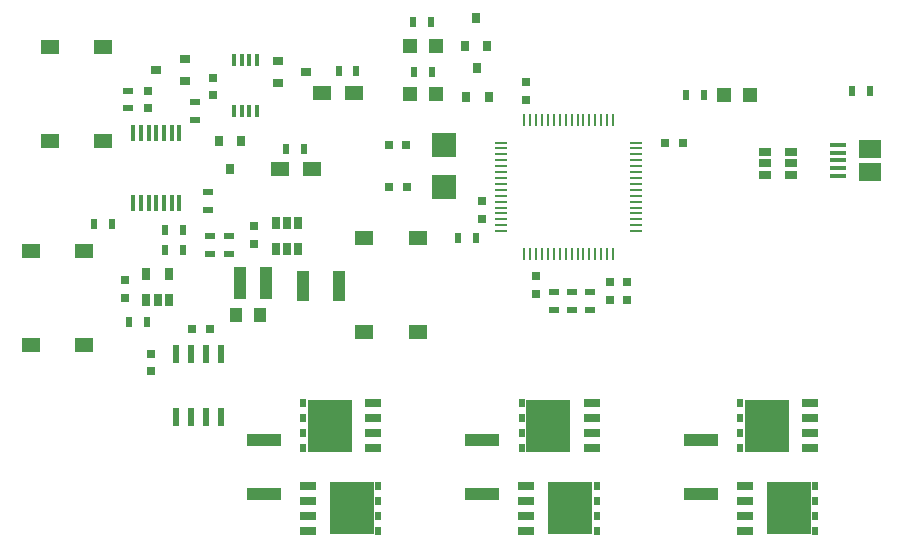
<source format=gtp>
G04 #@! TF.FileFunction,Paste,Top*
%FSLAX46Y46*%
G04 Gerber Fmt 4.6, Leading zero omitted, Abs format (unit mm)*
G04 Created by KiCad (PCBNEW 4.0.7) date Mon Jul  2 20:53:10 2018*
%MOMM*%
%LPD*%
G01*
G04 APERTURE LIST*
%ADD10C,0.100000*%
%ADD11R,1.540000X1.300000*%
%ADD12R,0.800000X0.750000*%
%ADD13R,0.750000X0.800000*%
%ADD14R,1.060000X0.650000*%
%ADD15R,1.500000X1.300000*%
%ADD16R,1.200000X1.200000*%
%ADD17R,1.900000X1.500000*%
%ADD18R,1.350000X0.400000*%
%ADD19R,0.900000X0.800000*%
%ADD20R,0.800000X0.900000*%
%ADD21R,0.500000X0.900000*%
%ADD22R,0.900000X0.500000*%
%ADD23R,0.600000X1.550000*%
%ADD24R,0.400000X1.100000*%
%ADD25R,0.650000X1.060000*%
%ADD26R,1.000000X0.250000*%
%ADD27R,0.250000X1.000000*%
%ADD28R,2.000000X2.000000*%
%ADD29R,1.000000X2.500000*%
%ADD30R,1.000000X2.700000*%
%ADD31R,0.450000X1.450000*%
%ADD32R,3.000000X1.000000*%
%ADD33R,1.372000X0.710000*%
%ADD34R,0.600000X0.710000*%
%ADD35R,3.850000X4.520000*%
%ADD36R,1.000000X1.250000*%
G04 APERTURE END LIST*
D10*
D11*
X197350000Y-22425000D03*
X201850000Y-22425000D03*
X201850000Y-30375000D03*
X197350000Y-30375000D03*
D12*
X210900000Y-46300000D03*
X209400000Y-46300000D03*
D13*
X205700000Y-26150000D03*
X205700000Y-27650000D03*
X214700000Y-37600000D03*
X214700000Y-39100000D03*
X203708000Y-43676000D03*
X203708000Y-42176000D03*
D12*
X249440000Y-30543500D03*
X250940000Y-30543500D03*
D13*
X211223040Y-26542960D03*
X211223040Y-25042960D03*
X246227600Y-42379200D03*
X246227600Y-43879200D03*
D12*
X227551680Y-30739080D03*
X226051680Y-30739080D03*
D13*
X238556800Y-41820400D03*
X238556800Y-43320400D03*
D12*
X227582160Y-34335720D03*
X226082160Y-34335720D03*
D13*
X233994960Y-37018660D03*
X233994960Y-35518660D03*
X244805200Y-42379200D03*
X244805200Y-43879200D03*
X237680500Y-26912000D03*
X237680500Y-25412000D03*
D14*
X257900500Y-31350000D03*
X257900500Y-32300000D03*
X257900500Y-33250000D03*
X260100500Y-33250000D03*
X260100500Y-31350000D03*
X260100500Y-32300000D03*
D15*
X220455500Y-26352500D03*
X223155500Y-26352500D03*
X216886800Y-32793200D03*
X219586800Y-32793200D03*
D16*
X227900000Y-22375000D03*
X230100000Y-22375000D03*
X227900000Y-26425000D03*
X230100000Y-26425000D03*
X254424000Y-26543000D03*
X256624000Y-26543000D03*
D17*
X266783300Y-31049200D03*
D18*
X264083300Y-32699200D03*
X264083300Y-33349200D03*
X264083300Y-30749200D03*
X264083300Y-31399200D03*
X264083300Y-32049200D03*
D17*
X266783300Y-33049200D03*
D19*
X208781500Y-25334000D03*
X208781500Y-23434000D03*
X206381500Y-24384000D03*
X216668500Y-23624500D03*
X216668500Y-25524500D03*
X219068500Y-24574500D03*
D20*
X213600000Y-30400000D03*
X211700000Y-30400000D03*
X212650000Y-32800000D03*
X232616780Y-26667220D03*
X234516780Y-26667220D03*
X233566780Y-24267220D03*
X232505020Y-22399500D03*
X234405020Y-22399500D03*
X233455020Y-19999500D03*
D21*
X265276900Y-26207200D03*
X266776900Y-26207200D03*
X204101000Y-45720000D03*
X205601000Y-45720000D03*
X208649000Y-37973000D03*
X207149000Y-37973000D03*
D22*
X212575000Y-39950000D03*
X212575000Y-38450000D03*
D21*
X207149000Y-39624000D03*
X208649000Y-39624000D03*
D22*
X210900000Y-38450000D03*
X210900000Y-39950000D03*
X209677000Y-27126500D03*
X209677000Y-28626500D03*
X240025000Y-44725000D03*
X240025000Y-43225000D03*
X241550000Y-44725000D03*
X241550000Y-43225000D03*
X243075000Y-44725000D03*
X243075000Y-43225000D03*
D21*
X221817500Y-24511000D03*
X223317500Y-24511000D03*
X217386800Y-31093200D03*
X218886800Y-31093200D03*
X229710680Y-24569420D03*
X228210680Y-24569420D03*
X229639560Y-20342860D03*
X228139560Y-20342860D03*
X251218000Y-26543000D03*
X252718000Y-26543000D03*
X233414000Y-38608000D03*
X231914000Y-38608000D03*
D22*
X204000000Y-27650000D03*
X204000000Y-26150000D03*
D11*
X228508120Y-46555560D03*
X224008120Y-46555560D03*
X224008120Y-38605560D03*
X228508120Y-38605560D03*
D23*
X208095000Y-53800000D03*
X209365000Y-53800000D03*
X210635000Y-53800000D03*
X211905000Y-53800000D03*
X211905000Y-48400000D03*
X210635000Y-48400000D03*
X209365000Y-48400000D03*
X208095000Y-48400000D03*
D24*
X212955680Y-27841360D03*
X213605680Y-27841360D03*
X214255680Y-27841360D03*
X214905680Y-27841360D03*
X214905680Y-23541360D03*
X214255680Y-23541360D03*
X213605680Y-23541360D03*
X212955680Y-23541360D03*
D25*
X216525000Y-39575000D03*
X217475000Y-39575000D03*
X218425000Y-39575000D03*
X218425000Y-37375000D03*
X216525000Y-37375000D03*
X217475000Y-37375000D03*
D26*
X235600000Y-30540000D03*
X235600000Y-31040000D03*
X235600000Y-31540000D03*
X235600000Y-32040000D03*
X235600000Y-32540000D03*
X235600000Y-33040000D03*
X235600000Y-33540000D03*
X235600000Y-34040000D03*
X235600000Y-34540000D03*
X235600000Y-35040000D03*
X235600000Y-35540000D03*
X235600000Y-36040000D03*
X235600000Y-36540000D03*
X235600000Y-37040000D03*
X235600000Y-37540000D03*
X235600000Y-38040000D03*
D27*
X237550000Y-39990000D03*
X238050000Y-39990000D03*
X238550000Y-39990000D03*
X239050000Y-39990000D03*
X239550000Y-39990000D03*
X240050000Y-39990000D03*
X240550000Y-39990000D03*
X241050000Y-39990000D03*
X241550000Y-39990000D03*
X242050000Y-39990000D03*
X242550000Y-39990000D03*
X243050000Y-39990000D03*
X243550000Y-39990000D03*
X244050000Y-39990000D03*
X244550000Y-39990000D03*
X245050000Y-39990000D03*
D26*
X247000000Y-38040000D03*
X247000000Y-37540000D03*
X247000000Y-37040000D03*
X247000000Y-36540000D03*
X247000000Y-36040000D03*
X247000000Y-35540000D03*
X247000000Y-35040000D03*
X247000000Y-34540000D03*
X247000000Y-34040000D03*
X247000000Y-33540000D03*
X247000000Y-33040000D03*
X247000000Y-32540000D03*
X247000000Y-32040000D03*
X247000000Y-31540000D03*
X247000000Y-31040000D03*
X247000000Y-30540000D03*
D27*
X245050000Y-28590000D03*
X244550000Y-28590000D03*
X244050000Y-28590000D03*
X243550000Y-28590000D03*
X243050000Y-28590000D03*
X242550000Y-28590000D03*
X242050000Y-28590000D03*
X241550000Y-28590000D03*
X241050000Y-28590000D03*
X240550000Y-28590000D03*
X240050000Y-28590000D03*
X239550000Y-28590000D03*
X239050000Y-28590000D03*
X238550000Y-28590000D03*
X238050000Y-28590000D03*
X237550000Y-28590000D03*
D28*
X230764080Y-30737400D03*
X230764080Y-34337400D03*
D13*
X205900000Y-49900000D03*
X205900000Y-48400000D03*
D29*
X218825000Y-42725000D03*
X221825000Y-42725000D03*
D25*
X205552000Y-43899000D03*
X206502000Y-43899000D03*
X207452000Y-43899000D03*
X207452000Y-41699000D03*
X205552000Y-41699000D03*
D30*
X215675000Y-42425000D03*
X213475000Y-42425000D03*
D22*
X210775000Y-34750000D03*
X210775000Y-36250000D03*
D31*
X204450000Y-35650000D03*
X205100000Y-35650000D03*
X205750000Y-35650000D03*
X206400000Y-35650000D03*
X207050000Y-35650000D03*
X207700000Y-35650000D03*
X208350000Y-35650000D03*
X208350000Y-29750000D03*
X207700000Y-29750000D03*
X207050000Y-29750000D03*
X206400000Y-29750000D03*
X205750000Y-29750000D03*
X205100000Y-29750000D03*
X204450000Y-29750000D03*
D32*
X215500000Y-55700000D03*
X215500000Y-60300000D03*
X234000000Y-55700000D03*
X234000000Y-60300000D03*
X252500000Y-55700000D03*
X252500000Y-60300000D03*
D33*
X224770000Y-52595000D03*
X224770000Y-53865000D03*
X224770000Y-55135000D03*
D34*
X218840000Y-52595000D03*
X218840000Y-53865000D03*
X218840000Y-55135000D03*
D35*
X221064000Y-54500000D03*
D34*
X218840000Y-56405000D03*
D33*
X224770000Y-56405000D03*
X243270000Y-52595000D03*
X243270000Y-53865000D03*
X243270000Y-55135000D03*
D34*
X237340000Y-52595000D03*
X237340000Y-53865000D03*
X237340000Y-55135000D03*
D35*
X239564000Y-54500000D03*
D34*
X237340000Y-56405000D03*
D33*
X243270000Y-56405000D03*
X261770000Y-52595000D03*
X261770000Y-53865000D03*
X261770000Y-55135000D03*
D34*
X255840000Y-52595000D03*
X255840000Y-53865000D03*
X255840000Y-55135000D03*
D35*
X258064000Y-54500000D03*
D34*
X255840000Y-56405000D03*
D33*
X261770000Y-56405000D03*
X219230000Y-63405000D03*
X219230000Y-62135000D03*
X219230000Y-60865000D03*
D34*
X225160000Y-63405000D03*
X225160000Y-62135000D03*
X225160000Y-60865000D03*
D35*
X222936000Y-61500000D03*
D34*
X225160000Y-59595000D03*
D33*
X219230000Y-59595000D03*
X237730000Y-63405000D03*
X237730000Y-62135000D03*
X237730000Y-60865000D03*
D34*
X243660000Y-63405000D03*
X243660000Y-62135000D03*
X243660000Y-60865000D03*
D35*
X241436000Y-61500000D03*
D34*
X243660000Y-59595000D03*
D33*
X237730000Y-59595000D03*
X256230000Y-63405000D03*
X256230000Y-62135000D03*
X256230000Y-60865000D03*
D34*
X262160000Y-63405000D03*
X262160000Y-62135000D03*
X262160000Y-60865000D03*
D35*
X259936000Y-61500000D03*
D34*
X262160000Y-59595000D03*
D33*
X256230000Y-59595000D03*
D36*
X213125000Y-45100000D03*
X215125000Y-45100000D03*
D21*
X202616500Y-37465000D03*
X201116500Y-37465000D03*
D11*
X200243000Y-47663000D03*
X195743000Y-47663000D03*
X195743000Y-39713000D03*
X200243000Y-39713000D03*
M02*

</source>
